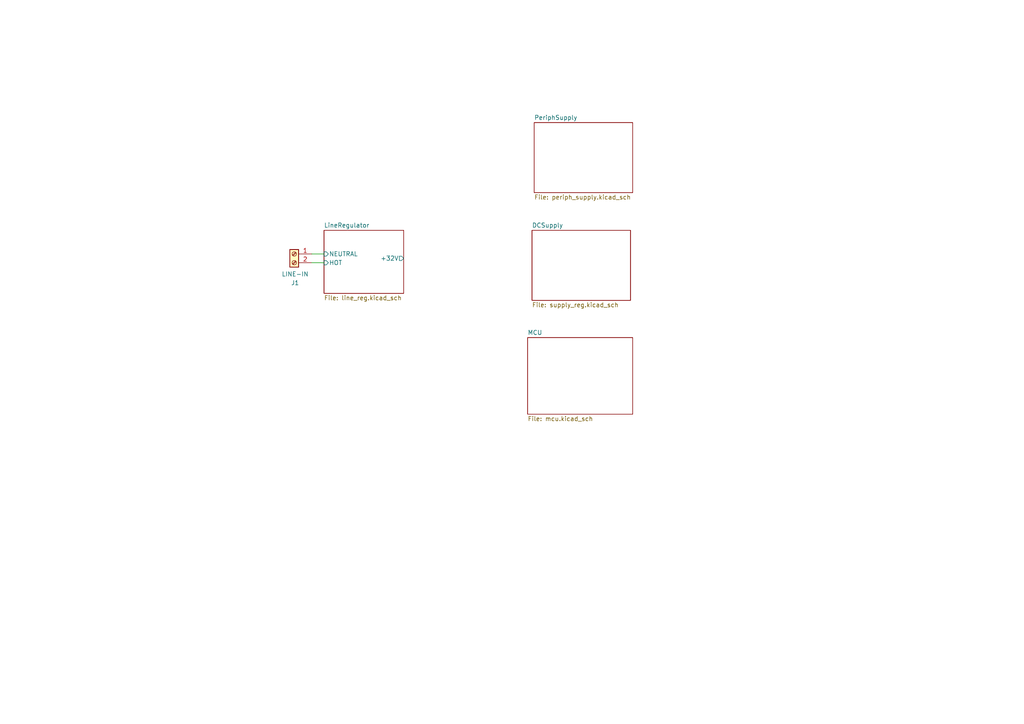
<source format=kicad_sch>
(kicad_sch (version 20231120) (generator "eeschema") (generator_version "8.0")
  (paper "A4")
  (lib_symbols
    (symbol "Connector:Screw_Terminal_01x02" (pin_names (offset 1.016) hide)
      (property "Reference" "J" (at 0 2.54 0))
      (property "Value" "Screw_Terminal_01x02" (at 0 -5.08 0))
      (symbol "Screw_Terminal_01x02_1_1"
        (rectangle (start -1.27 1.27) (end 1.27 -3.81) (stroke (width 0.254)) (fill (type background)))
        (circle (center 0 -2.54) (radius 0.635) (stroke (width 0.1524)))
        (polyline (pts (xy -0.5334 -2.2098) (xy 0.3302 -3.048)) (stroke (width 0.1524)))
        (polyline (pts (xy -0.5334 0.3302) (xy 0.3302 -0.508)) (stroke (width 0.1524)))
        (polyline (pts (xy -0.3556 -2.032) (xy 0.508 -2.8702)) (stroke (width 0.1524)))
        (polyline (pts (xy -0.3556 0.508) (xy 0.508 -0.3302)) (stroke (width 0.1524)))
        (circle (center 0 0) (radius 0.635) (stroke (width 0.1524)))
        (pin passive line (at -5.08 0 0) (length 3.81) (name "Pin_1") (number "1"))
        (pin passive line (at -5.08 -2.54 0) (length 3.81) (name "Pin_2") (number "2"))
      )
    )
  )
  (wire (pts (xy 90.424 76.2) (xy 93.98 76.2)))
  (wire (pts (xy 90.424 73.66) (xy 93.98 73.66)))
  (symbol (lib_id "Connector:Screw_Terminal_01x02") (at 85.344 73.66 0) (mirror y) (unit 1)
    (property "Reference" "J1" (at 85.598 82.042 0))
    (property "Value" "LINE-IN" (at 85.598 79.502 0))
    (property "Description" "Generic screw terminal, single row, 01x02, script generated (kicad-library-utils/schlib/autogen/connector/)" (effects (hide yes)))
  )
  (sheet (at 153.035 97.917) (size 30.48 22.225) (stroke (width 0.1524))
    (property "Sheetname" "MCU" (at 153.035 97.2054 0) (effects (justify left bottom)))
    (property "Sheetfile" "mcu.kicad_sch" (at 153.035 120.7266 0) (effects (justify left top)))
  )
  (sheet (at 154.94 35.56) (size 28.575 20.32) (stroke (width 0.1524))
    (property "Sheetname" "PeriphSupply" (at 154.94 34.8484 0) (effects (justify left bottom)))
    (property "Sheetfile" "periph_supply.kicad_sch" (at 154.94 56.4646 0) (effects (justify left top)))
  )
  (sheet (at 154.305 66.802) (size 28.575 20.32) (stroke (width 0.1524))
    (property "Sheetname" "DCSupply" (at 154.305 66.0904 0) (effects (justify left bottom)))
    (property "Sheetfile" "supply_reg.kicad_sch" (at 154.305 87.7066 0) (effects (justify left top)))
  )
  (sheet (at 93.98 66.802) (size 23.114 18.288) (stroke (width 0.1524))
    (property "Sheetname" "LineRegulator" (at 93.98 66.0904 0) (effects (justify left bottom)))
    (property "Sheetfile" "line_reg.kicad_sch" (at 93.98 85.6746 0) (effects (justify left top)))
    (pin "NEUTRAL" input (at 93.98 73.66 180))
    (pin "HOT" input (at 93.98 76.2 180))
    (pin "+32V" output (at 117.094 74.93 0))
  )
)
</source>
